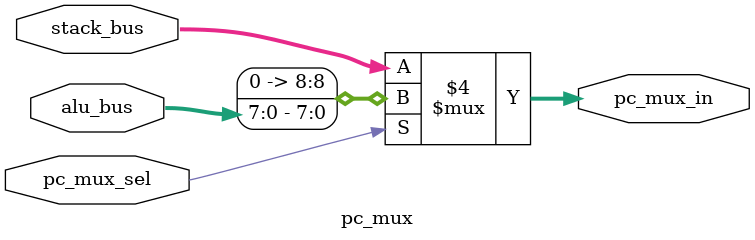
<source format=sv>
module pc_mux(stack_bus, alu_bus, pc_mux_sel, pc_mux_in);
  // I/O declaration
  input [8:0] stack_bus;        //Bus de la pila.
  input [7:0] alu_bus;          //Bus de la ALU.
  input  pc_mux_sel;            //Selector del MUX.
  output reg [8:0] pc_mux_in;   //Salida MUX.

  // Description
  always @(stack_bus, alu_bus, pc_mux_sel)
  begin
    if(pc_mux_sel==1)               //Selector.
       pc_mux_in = {'b0, alu_bus};  //ALU a la salida.
    else  
       pc_mux_in = stack_bus;       //Pila a la salida.               
  end 
endmodule
</source>
